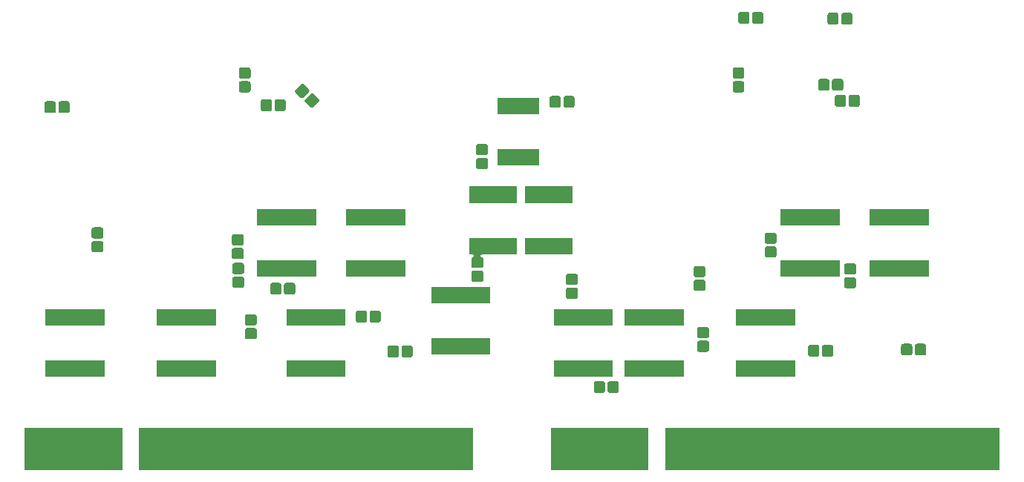
<source format=gbr>
G04 #@! TF.GenerationSoftware,KiCad,Pcbnew,(5.0.1)-4*
G04 #@! TF.CreationDate,2018-12-21T16:55:27-08:00*
G04 #@! TF.ProjectId,ram-based-register-card,72616D2D62617365642D726567697374,rev?*
G04 #@! TF.SameCoordinates,Original*
G04 #@! TF.FileFunction,Soldermask,Bot*
G04 #@! TF.FilePolarity,Negative*
%FSLAX46Y46*%
G04 Gerber Fmt 4.6, Leading zero omitted, Abs format (unit mm)*
G04 Created by KiCad (PCBNEW (5.0.1)-4) date 12/21/2018 4:55:27 PM*
%MOMM*%
%LPD*%
G01*
G04 APERTURE LIST*
%ADD10C,0.100000*%
G04 APERTURE END LIST*
D10*
G36*
X104050000Y-150000000D02*
X92950000Y-150000000D01*
X92950000Y-145200000D01*
X104050000Y-145200000D01*
X104050000Y-150000000D01*
X104050000Y-150000000D01*
G37*
G36*
X144050000Y-150000000D02*
X105950000Y-150000000D01*
X105950000Y-145200000D01*
X144050000Y-145200000D01*
X144050000Y-150000000D01*
X144050000Y-150000000D01*
G37*
G36*
X164050000Y-150000000D02*
X152950000Y-150000000D01*
X152950000Y-145200000D01*
X164050000Y-145200000D01*
X164050000Y-150000000D01*
X164050000Y-150000000D01*
G37*
G36*
X204050000Y-150000000D02*
X165950000Y-150000000D01*
X165950000Y-145200000D01*
X204050000Y-145200000D01*
X204050000Y-150000000D01*
X204050000Y-150000000D01*
G37*
G36*
X158901622Y-139843317D02*
X158949585Y-139857866D01*
X158993775Y-139881486D01*
X159032518Y-139913282D01*
X159064314Y-139952025D01*
X159087934Y-139996215D01*
X159102483Y-140044178D01*
X159108000Y-140100191D01*
X159108000Y-140925409D01*
X159102483Y-140981422D01*
X159087934Y-141029385D01*
X159064314Y-141073575D01*
X159032518Y-141112318D01*
X158993775Y-141144114D01*
X158949585Y-141167734D01*
X158901622Y-141182283D01*
X158845609Y-141187800D01*
X158095391Y-141187800D01*
X158039378Y-141182283D01*
X157991415Y-141167734D01*
X157947225Y-141144114D01*
X157908482Y-141112318D01*
X157876686Y-141073575D01*
X157853066Y-141029385D01*
X157838517Y-140981422D01*
X157833000Y-140925409D01*
X157833000Y-140100191D01*
X157838517Y-140044178D01*
X157853066Y-139996215D01*
X157876686Y-139952025D01*
X157908482Y-139913282D01*
X157947225Y-139881486D01*
X157991415Y-139857866D01*
X158039378Y-139843317D01*
X158095391Y-139837800D01*
X158845609Y-139837800D01*
X158901622Y-139843317D01*
X158901622Y-139843317D01*
G37*
G36*
X160476622Y-139843317D02*
X160524585Y-139857866D01*
X160568775Y-139881486D01*
X160607518Y-139913282D01*
X160639314Y-139952025D01*
X160662934Y-139996215D01*
X160677483Y-140044178D01*
X160683000Y-140100191D01*
X160683000Y-140925409D01*
X160677483Y-140981422D01*
X160662934Y-141029385D01*
X160639314Y-141073575D01*
X160607518Y-141112318D01*
X160568775Y-141144114D01*
X160524585Y-141167734D01*
X160476622Y-141182283D01*
X160420609Y-141187800D01*
X159670391Y-141187800D01*
X159614378Y-141182283D01*
X159566415Y-141167734D01*
X159522225Y-141144114D01*
X159483482Y-141112318D01*
X159451686Y-141073575D01*
X159428066Y-141029385D01*
X159413517Y-140981422D01*
X159408000Y-140925409D01*
X159408000Y-140100191D01*
X159413517Y-140044178D01*
X159428066Y-139996215D01*
X159451686Y-139952025D01*
X159483482Y-139913282D01*
X159522225Y-139881486D01*
X159566415Y-139857866D01*
X159614378Y-139843317D01*
X159670391Y-139837800D01*
X160420609Y-139837800D01*
X160476622Y-139843317D01*
X160476622Y-139843317D01*
G37*
G36*
X129465000Y-139355000D02*
X122765000Y-139355000D01*
X122765000Y-137505000D01*
X129465000Y-137505000D01*
X129465000Y-139355000D01*
X129465000Y-139355000D01*
G37*
G36*
X180765000Y-139355000D02*
X174065000Y-139355000D01*
X174065000Y-137505000D01*
X180765000Y-137505000D01*
X180765000Y-139355000D01*
X180765000Y-139355000D01*
G37*
G36*
X159945000Y-139355000D02*
X153245000Y-139355000D01*
X153245000Y-137505000D01*
X159945000Y-137505000D01*
X159945000Y-139355000D01*
X159945000Y-139355000D01*
G37*
G36*
X102025000Y-139355000D02*
X95325000Y-139355000D01*
X95325000Y-137505000D01*
X102025000Y-137505000D01*
X102025000Y-139355000D01*
X102025000Y-139355000D01*
G37*
G36*
X114725000Y-139355000D02*
X108025000Y-139355000D01*
X108025000Y-137505000D01*
X114725000Y-137505000D01*
X114725000Y-139355000D01*
X114725000Y-139355000D01*
G37*
G36*
X168065000Y-139355000D02*
X161365000Y-139355000D01*
X161365000Y-137505000D01*
X168065000Y-137505000D01*
X168065000Y-139355000D01*
X168065000Y-139355000D01*
G37*
G36*
X136956222Y-135779317D02*
X137004185Y-135793866D01*
X137048375Y-135817486D01*
X137087118Y-135849282D01*
X137118914Y-135888025D01*
X137142534Y-135932215D01*
X137157083Y-135980178D01*
X137162600Y-136036191D01*
X137162600Y-136861409D01*
X137157083Y-136917422D01*
X137142534Y-136965385D01*
X137118914Y-137009575D01*
X137087118Y-137048318D01*
X137048375Y-137080114D01*
X137004185Y-137103734D01*
X136956222Y-137118283D01*
X136900209Y-137123800D01*
X136149991Y-137123800D01*
X136093978Y-137118283D01*
X136046015Y-137103734D01*
X136001825Y-137080114D01*
X135963082Y-137048318D01*
X135931286Y-137009575D01*
X135907666Y-136965385D01*
X135893117Y-136917422D01*
X135887600Y-136861409D01*
X135887600Y-136036191D01*
X135893117Y-135980178D01*
X135907666Y-135932215D01*
X135931286Y-135888025D01*
X135963082Y-135849282D01*
X136001825Y-135817486D01*
X136046015Y-135793866D01*
X136093978Y-135779317D01*
X136149991Y-135773800D01*
X136900209Y-135773800D01*
X136956222Y-135779317D01*
X136956222Y-135779317D01*
G37*
G36*
X135381222Y-135779317D02*
X135429185Y-135793866D01*
X135473375Y-135817486D01*
X135512118Y-135849282D01*
X135543914Y-135888025D01*
X135567534Y-135932215D01*
X135582083Y-135980178D01*
X135587600Y-136036191D01*
X135587600Y-136861409D01*
X135582083Y-136917422D01*
X135567534Y-136965385D01*
X135543914Y-137009575D01*
X135512118Y-137048318D01*
X135473375Y-137080114D01*
X135429185Y-137103734D01*
X135381222Y-137118283D01*
X135325209Y-137123800D01*
X134574991Y-137123800D01*
X134518978Y-137118283D01*
X134471015Y-137103734D01*
X134426825Y-137080114D01*
X134388082Y-137048318D01*
X134356286Y-137009575D01*
X134332666Y-136965385D01*
X134318117Y-136917422D01*
X134312600Y-136861409D01*
X134312600Y-136036191D01*
X134318117Y-135980178D01*
X134332666Y-135932215D01*
X134356286Y-135888025D01*
X134388082Y-135849282D01*
X134426825Y-135817486D01*
X134471015Y-135793866D01*
X134518978Y-135779317D01*
X134574991Y-135773800D01*
X135325209Y-135773800D01*
X135381222Y-135779317D01*
X135381222Y-135779317D01*
G37*
G36*
X184911422Y-135703117D02*
X184959385Y-135717666D01*
X185003575Y-135741286D01*
X185042318Y-135773082D01*
X185074114Y-135811825D01*
X185097734Y-135856015D01*
X185112283Y-135903978D01*
X185117800Y-135959991D01*
X185117800Y-136785209D01*
X185112283Y-136841222D01*
X185097734Y-136889185D01*
X185074114Y-136933375D01*
X185042318Y-136972118D01*
X185003575Y-137003914D01*
X184959385Y-137027534D01*
X184911422Y-137042083D01*
X184855409Y-137047600D01*
X184105191Y-137047600D01*
X184049178Y-137042083D01*
X184001215Y-137027534D01*
X183957025Y-137003914D01*
X183918282Y-136972118D01*
X183886486Y-136933375D01*
X183862866Y-136889185D01*
X183848317Y-136841222D01*
X183842800Y-136785209D01*
X183842800Y-135959991D01*
X183848317Y-135903978D01*
X183862866Y-135856015D01*
X183886486Y-135811825D01*
X183918282Y-135773082D01*
X183957025Y-135741286D01*
X184001215Y-135717666D01*
X184049178Y-135703117D01*
X184105191Y-135697600D01*
X184855409Y-135697600D01*
X184911422Y-135703117D01*
X184911422Y-135703117D01*
G37*
G36*
X183336422Y-135703117D02*
X183384385Y-135717666D01*
X183428575Y-135741286D01*
X183467318Y-135773082D01*
X183499114Y-135811825D01*
X183522734Y-135856015D01*
X183537283Y-135903978D01*
X183542800Y-135959991D01*
X183542800Y-136785209D01*
X183537283Y-136841222D01*
X183522734Y-136889185D01*
X183499114Y-136933375D01*
X183467318Y-136972118D01*
X183428575Y-137003914D01*
X183384385Y-137027534D01*
X183336422Y-137042083D01*
X183280409Y-137047600D01*
X182530191Y-137047600D01*
X182474178Y-137042083D01*
X182426215Y-137027534D01*
X182382025Y-137003914D01*
X182343282Y-136972118D01*
X182311486Y-136933375D01*
X182287866Y-136889185D01*
X182273317Y-136841222D01*
X182267800Y-136785209D01*
X182267800Y-135959991D01*
X182273317Y-135903978D01*
X182287866Y-135856015D01*
X182311486Y-135811825D01*
X182343282Y-135773082D01*
X182382025Y-135741286D01*
X182426215Y-135717666D01*
X182474178Y-135703117D01*
X182530191Y-135697600D01*
X183280409Y-135697600D01*
X183336422Y-135703117D01*
X183336422Y-135703117D01*
G37*
G36*
X195503222Y-135576117D02*
X195551185Y-135590666D01*
X195595375Y-135614286D01*
X195634118Y-135646082D01*
X195665914Y-135684825D01*
X195689534Y-135729015D01*
X195704083Y-135776978D01*
X195709600Y-135832991D01*
X195709600Y-136658209D01*
X195704083Y-136714222D01*
X195689534Y-136762185D01*
X195665914Y-136806375D01*
X195634118Y-136845118D01*
X195595375Y-136876914D01*
X195551185Y-136900534D01*
X195503222Y-136915083D01*
X195447209Y-136920600D01*
X194696991Y-136920600D01*
X194640978Y-136915083D01*
X194593015Y-136900534D01*
X194548825Y-136876914D01*
X194510082Y-136845118D01*
X194478286Y-136806375D01*
X194454666Y-136762185D01*
X194440117Y-136714222D01*
X194434600Y-136658209D01*
X194434600Y-135832991D01*
X194440117Y-135776978D01*
X194454666Y-135729015D01*
X194478286Y-135684825D01*
X194510082Y-135646082D01*
X194548825Y-135614286D01*
X194593015Y-135590666D01*
X194640978Y-135576117D01*
X194696991Y-135570600D01*
X195447209Y-135570600D01*
X195503222Y-135576117D01*
X195503222Y-135576117D01*
G37*
G36*
X193928222Y-135576117D02*
X193976185Y-135590666D01*
X194020375Y-135614286D01*
X194059118Y-135646082D01*
X194090914Y-135684825D01*
X194114534Y-135729015D01*
X194129083Y-135776978D01*
X194134600Y-135832991D01*
X194134600Y-136658209D01*
X194129083Y-136714222D01*
X194114534Y-136762185D01*
X194090914Y-136806375D01*
X194059118Y-136845118D01*
X194020375Y-136876914D01*
X193976185Y-136900534D01*
X193928222Y-136915083D01*
X193872209Y-136920600D01*
X193121991Y-136920600D01*
X193065978Y-136915083D01*
X193018015Y-136900534D01*
X192973825Y-136876914D01*
X192935082Y-136845118D01*
X192903286Y-136806375D01*
X192879666Y-136762185D01*
X192865117Y-136714222D01*
X192859600Y-136658209D01*
X192859600Y-135832991D01*
X192865117Y-135776978D01*
X192879666Y-135729015D01*
X192903286Y-135684825D01*
X192935082Y-135646082D01*
X192973825Y-135614286D01*
X193018015Y-135590666D01*
X193065978Y-135576117D01*
X193121991Y-135570600D01*
X193872209Y-135570600D01*
X193928222Y-135576117D01*
X193928222Y-135576117D01*
G37*
G36*
X145975000Y-136815000D02*
X139275000Y-136815000D01*
X139275000Y-134965000D01*
X145975000Y-134965000D01*
X145975000Y-136815000D01*
X145975000Y-136815000D01*
G37*
G36*
X170750222Y-135232717D02*
X170798185Y-135247266D01*
X170842375Y-135270886D01*
X170881118Y-135302682D01*
X170912914Y-135341425D01*
X170936534Y-135385615D01*
X170951083Y-135433578D01*
X170956600Y-135489591D01*
X170956600Y-136239809D01*
X170951083Y-136295822D01*
X170936534Y-136343785D01*
X170912914Y-136387975D01*
X170881118Y-136426718D01*
X170842375Y-136458514D01*
X170798185Y-136482134D01*
X170750222Y-136496683D01*
X170694209Y-136502200D01*
X169868991Y-136502200D01*
X169812978Y-136496683D01*
X169765015Y-136482134D01*
X169720825Y-136458514D01*
X169682082Y-136426718D01*
X169650286Y-136387975D01*
X169626666Y-136343785D01*
X169612117Y-136295822D01*
X169606600Y-136239809D01*
X169606600Y-135489591D01*
X169612117Y-135433578D01*
X169626666Y-135385615D01*
X169650286Y-135341425D01*
X169682082Y-135302682D01*
X169720825Y-135270886D01*
X169765015Y-135247266D01*
X169812978Y-135232717D01*
X169868991Y-135227200D01*
X170694209Y-135227200D01*
X170750222Y-135232717D01*
X170750222Y-135232717D01*
G37*
G36*
X119188222Y-133784817D02*
X119236185Y-133799366D01*
X119280375Y-133822986D01*
X119319118Y-133854782D01*
X119350914Y-133893525D01*
X119374534Y-133937715D01*
X119389083Y-133985678D01*
X119394600Y-134041691D01*
X119394600Y-134791909D01*
X119389083Y-134847922D01*
X119374534Y-134895885D01*
X119350914Y-134940075D01*
X119319118Y-134978818D01*
X119280375Y-135010614D01*
X119236185Y-135034234D01*
X119188222Y-135048783D01*
X119132209Y-135054300D01*
X118306991Y-135054300D01*
X118250978Y-135048783D01*
X118203015Y-135034234D01*
X118158825Y-135010614D01*
X118120082Y-134978818D01*
X118088286Y-134940075D01*
X118064666Y-134895885D01*
X118050117Y-134847922D01*
X118044600Y-134791909D01*
X118044600Y-134041691D01*
X118050117Y-133985678D01*
X118064666Y-133937715D01*
X118088286Y-133893525D01*
X118120082Y-133854782D01*
X118158825Y-133822986D01*
X118203015Y-133799366D01*
X118250978Y-133784817D01*
X118306991Y-133779300D01*
X119132209Y-133779300D01*
X119188222Y-133784817D01*
X119188222Y-133784817D01*
G37*
G36*
X170750222Y-133657717D02*
X170798185Y-133672266D01*
X170842375Y-133695886D01*
X170881118Y-133727682D01*
X170912914Y-133766425D01*
X170936534Y-133810615D01*
X170951083Y-133858578D01*
X170956600Y-133914591D01*
X170956600Y-134664809D01*
X170951083Y-134720822D01*
X170936534Y-134768785D01*
X170912914Y-134812975D01*
X170881118Y-134851718D01*
X170842375Y-134883514D01*
X170798185Y-134907134D01*
X170750222Y-134921683D01*
X170694209Y-134927200D01*
X169868991Y-134927200D01*
X169812978Y-134921683D01*
X169765015Y-134907134D01*
X169720825Y-134883514D01*
X169682082Y-134851718D01*
X169650286Y-134812975D01*
X169626666Y-134768785D01*
X169612117Y-134720822D01*
X169606600Y-134664809D01*
X169606600Y-133914591D01*
X169612117Y-133858578D01*
X169626666Y-133810615D01*
X169650286Y-133766425D01*
X169682082Y-133727682D01*
X169720825Y-133695886D01*
X169765015Y-133672266D01*
X169812978Y-133657717D01*
X169868991Y-133652200D01*
X170694209Y-133652200D01*
X170750222Y-133657717D01*
X170750222Y-133657717D01*
G37*
G36*
X119188222Y-132209817D02*
X119236185Y-132224366D01*
X119280375Y-132247986D01*
X119319118Y-132279782D01*
X119350914Y-132318525D01*
X119374534Y-132362715D01*
X119389083Y-132410678D01*
X119394600Y-132466691D01*
X119394600Y-133216909D01*
X119389083Y-133272922D01*
X119374534Y-133320885D01*
X119350914Y-133365075D01*
X119319118Y-133403818D01*
X119280375Y-133435614D01*
X119236185Y-133459234D01*
X119188222Y-133473783D01*
X119132209Y-133479300D01*
X118306991Y-133479300D01*
X118250978Y-133473783D01*
X118203015Y-133459234D01*
X118158825Y-133435614D01*
X118120082Y-133403818D01*
X118088286Y-133365075D01*
X118064666Y-133320885D01*
X118050117Y-133272922D01*
X118044600Y-133216909D01*
X118044600Y-132466691D01*
X118050117Y-132410678D01*
X118064666Y-132362715D01*
X118088286Y-132318525D01*
X118120082Y-132279782D01*
X118158825Y-132247986D01*
X118203015Y-132224366D01*
X118250978Y-132209817D01*
X118306991Y-132204300D01*
X119132209Y-132204300D01*
X119188222Y-132209817D01*
X119188222Y-132209817D01*
G37*
G36*
X129465000Y-133455000D02*
X122765000Y-133455000D01*
X122765000Y-131605000D01*
X129465000Y-131605000D01*
X129465000Y-133455000D01*
X129465000Y-133455000D01*
G37*
G36*
X114725000Y-133455000D02*
X108025000Y-133455000D01*
X108025000Y-131605000D01*
X114725000Y-131605000D01*
X114725000Y-133455000D01*
X114725000Y-133455000D01*
G37*
G36*
X168065000Y-133455000D02*
X161365000Y-133455000D01*
X161365000Y-131605000D01*
X168065000Y-131605000D01*
X168065000Y-133455000D01*
X168065000Y-133455000D01*
G37*
G36*
X102025000Y-133455000D02*
X95325000Y-133455000D01*
X95325000Y-131605000D01*
X102025000Y-131605000D01*
X102025000Y-133455000D01*
X102025000Y-133455000D01*
G37*
G36*
X180765000Y-133455000D02*
X174065000Y-133455000D01*
X174065000Y-131605000D01*
X180765000Y-131605000D01*
X180765000Y-133455000D01*
X180765000Y-133455000D01*
G37*
G36*
X159945000Y-133455000D02*
X153245000Y-133455000D01*
X153245000Y-131605000D01*
X159945000Y-131605000D01*
X159945000Y-133455000D01*
X159945000Y-133455000D01*
G37*
G36*
X133324022Y-131791517D02*
X133371985Y-131806066D01*
X133416175Y-131829686D01*
X133454918Y-131861482D01*
X133486714Y-131900225D01*
X133510334Y-131944415D01*
X133524883Y-131992378D01*
X133530400Y-132048391D01*
X133530400Y-132873609D01*
X133524883Y-132929622D01*
X133510334Y-132977585D01*
X133486714Y-133021775D01*
X133454918Y-133060518D01*
X133416175Y-133092314D01*
X133371985Y-133115934D01*
X133324022Y-133130483D01*
X133268009Y-133136000D01*
X132517791Y-133136000D01*
X132461778Y-133130483D01*
X132413815Y-133115934D01*
X132369625Y-133092314D01*
X132330882Y-133060518D01*
X132299086Y-133021775D01*
X132275466Y-132977585D01*
X132260917Y-132929622D01*
X132255400Y-132873609D01*
X132255400Y-132048391D01*
X132260917Y-131992378D01*
X132275466Y-131944415D01*
X132299086Y-131900225D01*
X132330882Y-131861482D01*
X132369625Y-131829686D01*
X132413815Y-131806066D01*
X132461778Y-131791517D01*
X132517791Y-131786000D01*
X133268009Y-131786000D01*
X133324022Y-131791517D01*
X133324022Y-131791517D01*
G37*
G36*
X131749022Y-131791517D02*
X131796985Y-131806066D01*
X131841175Y-131829686D01*
X131879918Y-131861482D01*
X131911714Y-131900225D01*
X131935334Y-131944415D01*
X131949883Y-131992378D01*
X131955400Y-132048391D01*
X131955400Y-132873609D01*
X131949883Y-132929622D01*
X131935334Y-132977585D01*
X131911714Y-133021775D01*
X131879918Y-133060518D01*
X131841175Y-133092314D01*
X131796985Y-133115934D01*
X131749022Y-133130483D01*
X131693009Y-133136000D01*
X130942791Y-133136000D01*
X130886778Y-133130483D01*
X130838815Y-133115934D01*
X130794625Y-133092314D01*
X130755882Y-133060518D01*
X130724086Y-133021775D01*
X130700466Y-132977585D01*
X130685917Y-132929622D01*
X130680400Y-132873609D01*
X130680400Y-132048391D01*
X130685917Y-131992378D01*
X130700466Y-131944415D01*
X130724086Y-131900225D01*
X130755882Y-131861482D01*
X130794625Y-131829686D01*
X130838815Y-131806066D01*
X130886778Y-131791517D01*
X130942791Y-131786000D01*
X131693009Y-131786000D01*
X131749022Y-131791517D01*
X131749022Y-131791517D01*
G37*
G36*
X145975000Y-130915000D02*
X139275000Y-130915000D01*
X139275000Y-129065000D01*
X145975000Y-129065000D01*
X145975000Y-130915000D01*
X145975000Y-130915000D01*
G37*
G36*
X155789622Y-129162117D02*
X155837585Y-129176666D01*
X155881775Y-129200286D01*
X155920518Y-129232082D01*
X155952314Y-129270825D01*
X155975934Y-129315015D01*
X155990483Y-129362978D01*
X155996000Y-129418991D01*
X155996000Y-130169209D01*
X155990483Y-130225222D01*
X155975934Y-130273185D01*
X155952314Y-130317375D01*
X155920518Y-130356118D01*
X155881775Y-130387914D01*
X155837585Y-130411534D01*
X155789622Y-130426083D01*
X155733609Y-130431600D01*
X154908391Y-130431600D01*
X154852378Y-130426083D01*
X154804415Y-130411534D01*
X154760225Y-130387914D01*
X154721482Y-130356118D01*
X154689686Y-130317375D01*
X154666066Y-130273185D01*
X154651517Y-130225222D01*
X154646000Y-130169209D01*
X154646000Y-129418991D01*
X154651517Y-129362978D01*
X154666066Y-129315015D01*
X154689686Y-129270825D01*
X154721482Y-129232082D01*
X154760225Y-129200286D01*
X154804415Y-129176666D01*
X154852378Y-129162117D01*
X154908391Y-129156600D01*
X155733609Y-129156600D01*
X155789622Y-129162117D01*
X155789622Y-129162117D01*
G37*
G36*
X123570322Y-128616517D02*
X123618285Y-128631066D01*
X123662475Y-128654686D01*
X123701218Y-128686482D01*
X123733014Y-128725225D01*
X123756634Y-128769415D01*
X123771183Y-128817378D01*
X123776700Y-128873391D01*
X123776700Y-129698609D01*
X123771183Y-129754622D01*
X123756634Y-129802585D01*
X123733014Y-129846775D01*
X123701218Y-129885518D01*
X123662475Y-129917314D01*
X123618285Y-129940934D01*
X123570322Y-129955483D01*
X123514309Y-129961000D01*
X122764091Y-129961000D01*
X122708078Y-129955483D01*
X122660115Y-129940934D01*
X122615925Y-129917314D01*
X122577182Y-129885518D01*
X122545386Y-129846775D01*
X122521766Y-129802585D01*
X122507217Y-129754622D01*
X122501700Y-129698609D01*
X122501700Y-128873391D01*
X122507217Y-128817378D01*
X122521766Y-128769415D01*
X122545386Y-128725225D01*
X122577182Y-128686482D01*
X122615925Y-128654686D01*
X122660115Y-128631066D01*
X122708078Y-128616517D01*
X122764091Y-128611000D01*
X123514309Y-128611000D01*
X123570322Y-128616517D01*
X123570322Y-128616517D01*
G37*
G36*
X121995322Y-128616517D02*
X122043285Y-128631066D01*
X122087475Y-128654686D01*
X122126218Y-128686482D01*
X122158014Y-128725225D01*
X122181634Y-128769415D01*
X122196183Y-128817378D01*
X122201700Y-128873391D01*
X122201700Y-129698609D01*
X122196183Y-129754622D01*
X122181634Y-129802585D01*
X122158014Y-129846775D01*
X122126218Y-129885518D01*
X122087475Y-129917314D01*
X122043285Y-129940934D01*
X121995322Y-129955483D01*
X121939309Y-129961000D01*
X121189091Y-129961000D01*
X121133078Y-129955483D01*
X121085115Y-129940934D01*
X121040925Y-129917314D01*
X121002182Y-129885518D01*
X120970386Y-129846775D01*
X120946766Y-129802585D01*
X120932217Y-129754622D01*
X120926700Y-129698609D01*
X120926700Y-128873391D01*
X120932217Y-128817378D01*
X120946766Y-128769415D01*
X120970386Y-128725225D01*
X121002182Y-128686482D01*
X121040925Y-128654686D01*
X121085115Y-128631066D01*
X121133078Y-128616517D01*
X121189091Y-128611000D01*
X121939309Y-128611000D01*
X121995322Y-128616517D01*
X121995322Y-128616517D01*
G37*
G36*
X170343822Y-128273117D02*
X170391785Y-128287666D01*
X170435975Y-128311286D01*
X170474718Y-128343082D01*
X170506514Y-128381825D01*
X170530134Y-128426015D01*
X170544683Y-128473978D01*
X170550200Y-128529991D01*
X170550200Y-129280209D01*
X170544683Y-129336222D01*
X170530134Y-129384185D01*
X170506514Y-129428375D01*
X170474718Y-129467118D01*
X170435975Y-129498914D01*
X170391785Y-129522534D01*
X170343822Y-129537083D01*
X170287809Y-129542600D01*
X169462591Y-129542600D01*
X169406578Y-129537083D01*
X169358615Y-129522534D01*
X169314425Y-129498914D01*
X169275682Y-129467118D01*
X169243886Y-129428375D01*
X169220266Y-129384185D01*
X169205717Y-129336222D01*
X169200200Y-129280209D01*
X169200200Y-128529991D01*
X169205717Y-128473978D01*
X169220266Y-128426015D01*
X169243886Y-128381825D01*
X169275682Y-128343082D01*
X169314425Y-128311286D01*
X169358615Y-128287666D01*
X169406578Y-128273117D01*
X169462591Y-128267600D01*
X170287809Y-128267600D01*
X170343822Y-128273117D01*
X170343822Y-128273117D01*
G37*
G36*
X187514222Y-127968317D02*
X187562185Y-127982866D01*
X187606375Y-128006486D01*
X187645118Y-128038282D01*
X187676914Y-128077025D01*
X187700534Y-128121215D01*
X187715083Y-128169178D01*
X187720600Y-128225191D01*
X187720600Y-128975409D01*
X187715083Y-129031422D01*
X187700534Y-129079385D01*
X187676914Y-129123575D01*
X187645118Y-129162318D01*
X187606375Y-129194114D01*
X187562185Y-129217734D01*
X187514222Y-129232283D01*
X187458209Y-129237800D01*
X186632991Y-129237800D01*
X186576978Y-129232283D01*
X186529015Y-129217734D01*
X186484825Y-129194114D01*
X186446082Y-129162318D01*
X186414286Y-129123575D01*
X186390666Y-129079385D01*
X186376117Y-129031422D01*
X186370600Y-128975409D01*
X186370600Y-128225191D01*
X186376117Y-128169178D01*
X186390666Y-128121215D01*
X186414286Y-128077025D01*
X186446082Y-128038282D01*
X186484825Y-128006486D01*
X186529015Y-127982866D01*
X186576978Y-127968317D01*
X186632991Y-127962800D01*
X187458209Y-127962800D01*
X187514222Y-127968317D01*
X187514222Y-127968317D01*
G37*
G36*
X117740422Y-127917517D02*
X117788385Y-127932066D01*
X117832575Y-127955686D01*
X117871318Y-127987482D01*
X117903114Y-128026225D01*
X117926734Y-128070415D01*
X117941283Y-128118378D01*
X117946800Y-128174391D01*
X117946800Y-128924609D01*
X117941283Y-128980622D01*
X117926734Y-129028585D01*
X117903114Y-129072775D01*
X117871318Y-129111518D01*
X117832575Y-129143314D01*
X117788385Y-129166934D01*
X117740422Y-129181483D01*
X117684409Y-129187000D01*
X116859191Y-129187000D01*
X116803178Y-129181483D01*
X116755215Y-129166934D01*
X116711025Y-129143314D01*
X116672282Y-129111518D01*
X116640486Y-129072775D01*
X116616866Y-129028585D01*
X116602317Y-128980622D01*
X116596800Y-128924609D01*
X116596800Y-128174391D01*
X116602317Y-128118378D01*
X116616866Y-128070415D01*
X116640486Y-128026225D01*
X116672282Y-127987482D01*
X116711025Y-127955686D01*
X116755215Y-127932066D01*
X116803178Y-127917517D01*
X116859191Y-127912000D01*
X117684409Y-127912000D01*
X117740422Y-127917517D01*
X117740422Y-127917517D01*
G37*
G36*
X155789622Y-127587117D02*
X155837585Y-127601666D01*
X155881775Y-127625286D01*
X155920518Y-127657082D01*
X155952314Y-127695825D01*
X155975934Y-127740015D01*
X155990483Y-127787978D01*
X155996000Y-127843991D01*
X155996000Y-128594209D01*
X155990483Y-128650222D01*
X155975934Y-128698185D01*
X155952314Y-128742375D01*
X155920518Y-128781118D01*
X155881775Y-128812914D01*
X155837585Y-128836534D01*
X155789622Y-128851083D01*
X155733609Y-128856600D01*
X154908391Y-128856600D01*
X154852378Y-128851083D01*
X154804415Y-128836534D01*
X154760225Y-128812914D01*
X154721482Y-128781118D01*
X154689686Y-128742375D01*
X154666066Y-128698185D01*
X154651517Y-128650222D01*
X154646000Y-128594209D01*
X154646000Y-127843991D01*
X154651517Y-127787978D01*
X154666066Y-127740015D01*
X154689686Y-127695825D01*
X154721482Y-127657082D01*
X154760225Y-127625286D01*
X154804415Y-127601666D01*
X154852378Y-127587117D01*
X154908391Y-127581600D01*
X155733609Y-127581600D01*
X155789622Y-127587117D01*
X155789622Y-127587117D01*
G37*
G36*
X145020022Y-127231717D02*
X145067985Y-127246266D01*
X145112175Y-127269886D01*
X145150918Y-127301682D01*
X145182714Y-127340425D01*
X145206334Y-127384615D01*
X145220883Y-127432578D01*
X145226400Y-127488591D01*
X145226400Y-128238809D01*
X145220883Y-128294822D01*
X145206334Y-128342785D01*
X145182714Y-128386975D01*
X145150918Y-128425718D01*
X145112175Y-128457514D01*
X145067985Y-128481134D01*
X145020022Y-128495683D01*
X144964009Y-128501200D01*
X144138791Y-128501200D01*
X144082778Y-128495683D01*
X144034815Y-128481134D01*
X143990625Y-128457514D01*
X143951882Y-128425718D01*
X143920086Y-128386975D01*
X143896466Y-128342785D01*
X143881917Y-128294822D01*
X143876400Y-128238809D01*
X143876400Y-127488591D01*
X143881917Y-127432578D01*
X143896466Y-127384615D01*
X143920086Y-127340425D01*
X143951882Y-127301682D01*
X143990625Y-127269886D01*
X144034815Y-127246266D01*
X144082778Y-127231717D01*
X144138791Y-127226200D01*
X144964009Y-127226200D01*
X145020022Y-127231717D01*
X145020022Y-127231717D01*
G37*
G36*
X170343822Y-126698117D02*
X170391785Y-126712666D01*
X170435975Y-126736286D01*
X170474718Y-126768082D01*
X170506514Y-126806825D01*
X170530134Y-126851015D01*
X170544683Y-126898978D01*
X170550200Y-126954991D01*
X170550200Y-127705209D01*
X170544683Y-127761222D01*
X170530134Y-127809185D01*
X170506514Y-127853375D01*
X170474718Y-127892118D01*
X170435975Y-127923914D01*
X170391785Y-127947534D01*
X170343822Y-127962083D01*
X170287809Y-127967600D01*
X169462591Y-127967600D01*
X169406578Y-127962083D01*
X169358615Y-127947534D01*
X169314425Y-127923914D01*
X169275682Y-127892118D01*
X169243886Y-127853375D01*
X169220266Y-127809185D01*
X169205717Y-127761222D01*
X169200200Y-127705209D01*
X169200200Y-126954991D01*
X169205717Y-126898978D01*
X169220266Y-126851015D01*
X169243886Y-126806825D01*
X169275682Y-126768082D01*
X169314425Y-126736286D01*
X169358615Y-126712666D01*
X169406578Y-126698117D01*
X169462591Y-126692600D01*
X170287809Y-126692600D01*
X170343822Y-126698117D01*
X170343822Y-126698117D01*
G37*
G36*
X196005000Y-127925000D02*
X189305000Y-127925000D01*
X189305000Y-126075000D01*
X196005000Y-126075000D01*
X196005000Y-127925000D01*
X196005000Y-127925000D01*
G37*
G36*
X136315000Y-127925000D02*
X129615000Y-127925000D01*
X129615000Y-126075000D01*
X136315000Y-126075000D01*
X136315000Y-127925000D01*
X136315000Y-127925000D01*
G37*
G36*
X126155000Y-127925000D02*
X119455000Y-127925000D01*
X119455000Y-126075000D01*
X126155000Y-126075000D01*
X126155000Y-127925000D01*
X126155000Y-127925000D01*
G37*
G36*
X185845000Y-127925000D02*
X179145000Y-127925000D01*
X179145000Y-126075000D01*
X185845000Y-126075000D01*
X185845000Y-127925000D01*
X185845000Y-127925000D01*
G37*
G36*
X187514222Y-126393317D02*
X187562185Y-126407866D01*
X187606375Y-126431486D01*
X187645118Y-126463282D01*
X187676914Y-126502025D01*
X187700534Y-126546215D01*
X187715083Y-126594178D01*
X187720600Y-126650191D01*
X187720600Y-127400409D01*
X187715083Y-127456422D01*
X187700534Y-127504385D01*
X187676914Y-127548575D01*
X187645118Y-127587318D01*
X187606375Y-127619114D01*
X187562185Y-127642734D01*
X187514222Y-127657283D01*
X187458209Y-127662800D01*
X186632991Y-127662800D01*
X186576978Y-127657283D01*
X186529015Y-127642734D01*
X186484825Y-127619114D01*
X186446082Y-127587318D01*
X186414286Y-127548575D01*
X186390666Y-127504385D01*
X186376117Y-127456422D01*
X186370600Y-127400409D01*
X186370600Y-126650191D01*
X186376117Y-126594178D01*
X186390666Y-126546215D01*
X186414286Y-126502025D01*
X186446082Y-126463282D01*
X186484825Y-126431486D01*
X186529015Y-126407866D01*
X186576978Y-126393317D01*
X186632991Y-126387800D01*
X187458209Y-126387800D01*
X187514222Y-126393317D01*
X187514222Y-126393317D01*
G37*
G36*
X117740422Y-126342517D02*
X117788385Y-126357066D01*
X117832575Y-126380686D01*
X117871318Y-126412482D01*
X117903114Y-126451225D01*
X117926734Y-126495415D01*
X117941283Y-126543378D01*
X117946800Y-126599391D01*
X117946800Y-127349609D01*
X117941283Y-127405622D01*
X117926734Y-127453585D01*
X117903114Y-127497775D01*
X117871318Y-127536518D01*
X117832575Y-127568314D01*
X117788385Y-127591934D01*
X117740422Y-127606483D01*
X117684409Y-127612000D01*
X116859191Y-127612000D01*
X116803178Y-127606483D01*
X116755215Y-127591934D01*
X116711025Y-127568314D01*
X116672282Y-127536518D01*
X116640486Y-127497775D01*
X116616866Y-127453585D01*
X116602317Y-127405622D01*
X116596800Y-127349609D01*
X116596800Y-126599391D01*
X116602317Y-126543378D01*
X116616866Y-126495415D01*
X116640486Y-126451225D01*
X116672282Y-126412482D01*
X116711025Y-126380686D01*
X116755215Y-126357066D01*
X116803178Y-126342517D01*
X116859191Y-126337000D01*
X117684409Y-126337000D01*
X117740422Y-126342517D01*
X117740422Y-126342517D01*
G37*
G36*
X149015000Y-125410000D02*
X145049387Y-125410000D01*
X145025001Y-125412402D01*
X145001552Y-125419515D01*
X144979941Y-125431066D01*
X144960999Y-125446612D01*
X144945453Y-125465554D01*
X144933902Y-125487165D01*
X144926789Y-125510614D01*
X144924387Y-125535000D01*
X144926789Y-125559386D01*
X144933902Y-125582835D01*
X144945453Y-125604446D01*
X144960999Y-125623388D01*
X144979941Y-125638934D01*
X145001552Y-125650485D01*
X145013102Y-125654618D01*
X145067985Y-125671266D01*
X145112175Y-125694886D01*
X145150918Y-125726682D01*
X145182714Y-125765425D01*
X145206334Y-125809615D01*
X145220883Y-125857578D01*
X145226400Y-125913591D01*
X145226400Y-126663809D01*
X145220883Y-126719822D01*
X145206334Y-126767785D01*
X145182714Y-126811975D01*
X145150918Y-126850718D01*
X145112175Y-126882514D01*
X145067985Y-126906134D01*
X145020022Y-126920683D01*
X144964009Y-126926200D01*
X144138791Y-126926200D01*
X144082778Y-126920683D01*
X144034815Y-126906134D01*
X143990625Y-126882514D01*
X143951882Y-126850718D01*
X143920086Y-126811975D01*
X143896466Y-126767785D01*
X143881917Y-126719822D01*
X143876400Y-126663809D01*
X143876400Y-125913591D01*
X143881917Y-125857578D01*
X143896466Y-125809615D01*
X143920086Y-125765425D01*
X143951882Y-125726682D01*
X143990625Y-125694886D01*
X144034815Y-125671266D01*
X144089698Y-125654618D01*
X144112337Y-125645240D01*
X144132712Y-125631627D01*
X144150039Y-125614300D01*
X144163653Y-125593925D01*
X144173030Y-125571286D01*
X144177811Y-125547253D01*
X144177811Y-125522749D01*
X144173031Y-125498715D01*
X144163653Y-125476076D01*
X144150040Y-125455701D01*
X144132713Y-125438374D01*
X144112338Y-125424760D01*
X144089699Y-125415383D01*
X144065666Y-125410602D01*
X144053413Y-125410000D01*
X143615000Y-125410000D01*
X143615000Y-123510000D01*
X149015000Y-123510000D01*
X149015000Y-125410000D01*
X149015000Y-125410000D01*
G37*
G36*
X117689622Y-124640917D02*
X117737585Y-124655466D01*
X117781775Y-124679086D01*
X117820518Y-124710882D01*
X117852314Y-124749625D01*
X117875934Y-124793815D01*
X117890483Y-124841778D01*
X117896000Y-124897791D01*
X117896000Y-125648009D01*
X117890483Y-125704022D01*
X117875934Y-125751985D01*
X117852314Y-125796175D01*
X117820518Y-125834918D01*
X117781775Y-125866714D01*
X117737585Y-125890334D01*
X117689622Y-125904883D01*
X117633609Y-125910400D01*
X116808391Y-125910400D01*
X116752378Y-125904883D01*
X116704415Y-125890334D01*
X116660225Y-125866714D01*
X116621482Y-125834918D01*
X116589686Y-125796175D01*
X116566066Y-125751985D01*
X116551517Y-125704022D01*
X116546000Y-125648009D01*
X116546000Y-124897791D01*
X116551517Y-124841778D01*
X116566066Y-124793815D01*
X116589686Y-124749625D01*
X116621482Y-124710882D01*
X116660225Y-124679086D01*
X116704415Y-124655466D01*
X116752378Y-124640917D01*
X116808391Y-124635400D01*
X117633609Y-124635400D01*
X117689622Y-124640917D01*
X117689622Y-124640917D01*
G37*
G36*
X178446422Y-124463117D02*
X178494385Y-124477666D01*
X178538575Y-124501286D01*
X178577318Y-124533082D01*
X178609114Y-124571825D01*
X178632734Y-124616015D01*
X178647283Y-124663978D01*
X178652800Y-124719991D01*
X178652800Y-125470209D01*
X178647283Y-125526222D01*
X178632734Y-125574185D01*
X178609114Y-125618375D01*
X178577318Y-125657118D01*
X178538575Y-125688914D01*
X178494385Y-125712534D01*
X178446422Y-125727083D01*
X178390409Y-125732600D01*
X177565191Y-125732600D01*
X177509178Y-125727083D01*
X177461215Y-125712534D01*
X177417025Y-125688914D01*
X177378282Y-125657118D01*
X177346486Y-125618375D01*
X177322866Y-125574185D01*
X177308317Y-125526222D01*
X177302800Y-125470209D01*
X177302800Y-124719991D01*
X177308317Y-124663978D01*
X177322866Y-124616015D01*
X177346486Y-124571825D01*
X177378282Y-124533082D01*
X177417025Y-124501286D01*
X177461215Y-124477666D01*
X177509178Y-124463117D01*
X177565191Y-124457600D01*
X178390409Y-124457600D01*
X178446422Y-124463117D01*
X178446422Y-124463117D01*
G37*
G36*
X155365000Y-125410000D02*
X149965000Y-125410000D01*
X149965000Y-123510000D01*
X155365000Y-123510000D01*
X155365000Y-125410000D01*
X155365000Y-125410000D01*
G37*
G36*
X101713022Y-123853517D02*
X101760985Y-123868066D01*
X101805175Y-123891686D01*
X101843918Y-123923482D01*
X101875714Y-123962225D01*
X101899334Y-124006415D01*
X101913883Y-124054378D01*
X101919400Y-124110391D01*
X101919400Y-124860609D01*
X101913883Y-124916622D01*
X101899334Y-124964585D01*
X101875714Y-125008775D01*
X101843918Y-125047518D01*
X101805175Y-125079314D01*
X101760985Y-125102934D01*
X101713022Y-125117483D01*
X101657009Y-125123000D01*
X100831791Y-125123000D01*
X100775778Y-125117483D01*
X100727815Y-125102934D01*
X100683625Y-125079314D01*
X100644882Y-125047518D01*
X100613086Y-125008775D01*
X100589466Y-124964585D01*
X100574917Y-124916622D01*
X100569400Y-124860609D01*
X100569400Y-124110391D01*
X100574917Y-124054378D01*
X100589466Y-124006415D01*
X100613086Y-123962225D01*
X100644882Y-123923482D01*
X100683625Y-123891686D01*
X100727815Y-123868066D01*
X100775778Y-123853517D01*
X100831791Y-123848000D01*
X101657009Y-123848000D01*
X101713022Y-123853517D01*
X101713022Y-123853517D01*
G37*
G36*
X117689622Y-123065917D02*
X117737585Y-123080466D01*
X117781775Y-123104086D01*
X117820518Y-123135882D01*
X117852314Y-123174625D01*
X117875934Y-123218815D01*
X117890483Y-123266778D01*
X117896000Y-123322791D01*
X117896000Y-124073009D01*
X117890483Y-124129022D01*
X117875934Y-124176985D01*
X117852314Y-124221175D01*
X117820518Y-124259918D01*
X117781775Y-124291714D01*
X117737585Y-124315334D01*
X117689622Y-124329883D01*
X117633609Y-124335400D01*
X116808391Y-124335400D01*
X116752378Y-124329883D01*
X116704415Y-124315334D01*
X116660225Y-124291714D01*
X116621482Y-124259918D01*
X116589686Y-124221175D01*
X116566066Y-124176985D01*
X116551517Y-124129022D01*
X116546000Y-124073009D01*
X116546000Y-123322791D01*
X116551517Y-123266778D01*
X116566066Y-123218815D01*
X116589686Y-123174625D01*
X116621482Y-123135882D01*
X116660225Y-123104086D01*
X116704415Y-123080466D01*
X116752378Y-123065917D01*
X116808391Y-123060400D01*
X117633609Y-123060400D01*
X117689622Y-123065917D01*
X117689622Y-123065917D01*
G37*
G36*
X178446422Y-122888117D02*
X178494385Y-122902666D01*
X178538575Y-122926286D01*
X178577318Y-122958082D01*
X178609114Y-122996825D01*
X178632734Y-123041015D01*
X178647283Y-123088978D01*
X178652800Y-123144991D01*
X178652800Y-123895209D01*
X178647283Y-123951222D01*
X178632734Y-123999185D01*
X178609114Y-124043375D01*
X178577318Y-124082118D01*
X178538575Y-124113914D01*
X178494385Y-124137534D01*
X178446422Y-124152083D01*
X178390409Y-124157600D01*
X177565191Y-124157600D01*
X177509178Y-124152083D01*
X177461215Y-124137534D01*
X177417025Y-124113914D01*
X177378282Y-124082118D01*
X177346486Y-124043375D01*
X177322866Y-123999185D01*
X177308317Y-123951222D01*
X177302800Y-123895209D01*
X177302800Y-123144991D01*
X177308317Y-123088978D01*
X177322866Y-123041015D01*
X177346486Y-122996825D01*
X177378282Y-122958082D01*
X177417025Y-122926286D01*
X177461215Y-122902666D01*
X177509178Y-122888117D01*
X177565191Y-122882600D01*
X178390409Y-122882600D01*
X178446422Y-122888117D01*
X178446422Y-122888117D01*
G37*
G36*
X101713022Y-122278517D02*
X101760985Y-122293066D01*
X101805175Y-122316686D01*
X101843918Y-122348482D01*
X101875714Y-122387225D01*
X101899334Y-122431415D01*
X101913883Y-122479378D01*
X101919400Y-122535391D01*
X101919400Y-123285609D01*
X101913883Y-123341622D01*
X101899334Y-123389585D01*
X101875714Y-123433775D01*
X101843918Y-123472518D01*
X101805175Y-123504314D01*
X101760985Y-123527934D01*
X101713022Y-123542483D01*
X101657009Y-123548000D01*
X100831791Y-123548000D01*
X100775778Y-123542483D01*
X100727815Y-123527934D01*
X100683625Y-123504314D01*
X100644882Y-123472518D01*
X100613086Y-123433775D01*
X100589466Y-123389585D01*
X100574917Y-123341622D01*
X100569400Y-123285609D01*
X100569400Y-122535391D01*
X100574917Y-122479378D01*
X100589466Y-122431415D01*
X100613086Y-122387225D01*
X100644882Y-122348482D01*
X100683625Y-122316686D01*
X100727815Y-122293066D01*
X100775778Y-122278517D01*
X100831791Y-122273000D01*
X101657009Y-122273000D01*
X101713022Y-122278517D01*
X101713022Y-122278517D01*
G37*
G36*
X126155000Y-122025000D02*
X119455000Y-122025000D01*
X119455000Y-120175000D01*
X126155000Y-120175000D01*
X126155000Y-122025000D01*
X126155000Y-122025000D01*
G37*
G36*
X136315000Y-122025000D02*
X129615000Y-122025000D01*
X129615000Y-120175000D01*
X136315000Y-120175000D01*
X136315000Y-122025000D01*
X136315000Y-122025000D01*
G37*
G36*
X196005000Y-122025000D02*
X189305000Y-122025000D01*
X189305000Y-120175000D01*
X196005000Y-120175000D01*
X196005000Y-122025000D01*
X196005000Y-122025000D01*
G37*
G36*
X185845000Y-122025000D02*
X179145000Y-122025000D01*
X179145000Y-120175000D01*
X185845000Y-120175000D01*
X185845000Y-122025000D01*
X185845000Y-122025000D01*
G37*
G36*
X149015000Y-119510000D02*
X143615000Y-119510000D01*
X143615000Y-117610000D01*
X149015000Y-117610000D01*
X149015000Y-119510000D01*
X149015000Y-119510000D01*
G37*
G36*
X155365000Y-119510000D02*
X149965000Y-119510000D01*
X149965000Y-117610000D01*
X155365000Y-117610000D01*
X155365000Y-119510000D01*
X155365000Y-119510000D01*
G37*
G36*
X145553422Y-114353817D02*
X145601385Y-114368366D01*
X145645575Y-114391986D01*
X145684318Y-114423782D01*
X145716114Y-114462525D01*
X145739734Y-114506715D01*
X145754283Y-114554678D01*
X145759800Y-114610691D01*
X145759800Y-115360909D01*
X145754283Y-115416922D01*
X145739734Y-115464885D01*
X145716114Y-115509075D01*
X145684318Y-115547818D01*
X145645575Y-115579614D01*
X145601385Y-115603234D01*
X145553422Y-115617783D01*
X145497409Y-115623300D01*
X144672191Y-115623300D01*
X144616178Y-115617783D01*
X144568215Y-115603234D01*
X144524025Y-115579614D01*
X144485282Y-115547818D01*
X144453486Y-115509075D01*
X144429866Y-115464885D01*
X144415317Y-115416922D01*
X144409800Y-115360909D01*
X144409800Y-114610691D01*
X144415317Y-114554678D01*
X144429866Y-114506715D01*
X144453486Y-114462525D01*
X144485282Y-114423782D01*
X144524025Y-114391986D01*
X144568215Y-114368366D01*
X144616178Y-114353817D01*
X144672191Y-114348300D01*
X145497409Y-114348300D01*
X145553422Y-114353817D01*
X145553422Y-114353817D01*
G37*
G36*
X151555000Y-115225000D02*
X146805000Y-115225000D01*
X146805000Y-113375000D01*
X151555000Y-113375000D01*
X151555000Y-115225000D01*
X151555000Y-115225000D01*
G37*
G36*
X145553422Y-112778817D02*
X145601385Y-112793366D01*
X145645575Y-112816986D01*
X145684318Y-112848782D01*
X145716114Y-112887525D01*
X145739734Y-112931715D01*
X145754283Y-112979678D01*
X145759800Y-113035691D01*
X145759800Y-113785909D01*
X145754283Y-113841922D01*
X145739734Y-113889885D01*
X145716114Y-113934075D01*
X145684318Y-113972818D01*
X145645575Y-114004614D01*
X145601385Y-114028234D01*
X145553422Y-114042783D01*
X145497409Y-114048300D01*
X144672191Y-114048300D01*
X144616178Y-114042783D01*
X144568215Y-114028234D01*
X144524025Y-114004614D01*
X144485282Y-113972818D01*
X144453486Y-113934075D01*
X144429866Y-113889885D01*
X144415317Y-113841922D01*
X144409800Y-113785909D01*
X144409800Y-113035691D01*
X144415317Y-112979678D01*
X144429866Y-112931715D01*
X144453486Y-112887525D01*
X144485282Y-112848782D01*
X144524025Y-112816986D01*
X144568215Y-112793366D01*
X144616178Y-112778817D01*
X144672191Y-112773300D01*
X145497409Y-112773300D01*
X145553422Y-112778817D01*
X145553422Y-112778817D01*
G37*
G36*
X151555000Y-109325000D02*
X146805000Y-109325000D01*
X146805000Y-107475000D01*
X151555000Y-107475000D01*
X151555000Y-109325000D01*
X151555000Y-109325000D01*
G37*
G36*
X97840322Y-107890117D02*
X97888285Y-107904666D01*
X97932475Y-107928286D01*
X97971218Y-107960082D01*
X98003014Y-107998825D01*
X98026634Y-108043015D01*
X98041183Y-108090978D01*
X98046700Y-108146991D01*
X98046700Y-108972209D01*
X98041183Y-109028222D01*
X98026634Y-109076185D01*
X98003014Y-109120375D01*
X97971218Y-109159118D01*
X97932475Y-109190914D01*
X97888285Y-109214534D01*
X97840322Y-109229083D01*
X97784309Y-109234600D01*
X97034091Y-109234600D01*
X96978078Y-109229083D01*
X96930115Y-109214534D01*
X96885925Y-109190914D01*
X96847182Y-109159118D01*
X96815386Y-109120375D01*
X96791766Y-109076185D01*
X96777217Y-109028222D01*
X96771700Y-108972209D01*
X96771700Y-108146991D01*
X96777217Y-108090978D01*
X96791766Y-108043015D01*
X96815386Y-107998825D01*
X96847182Y-107960082D01*
X96885925Y-107928286D01*
X96930115Y-107904666D01*
X96978078Y-107890117D01*
X97034091Y-107884600D01*
X97784309Y-107884600D01*
X97840322Y-107890117D01*
X97840322Y-107890117D01*
G37*
G36*
X96265322Y-107890117D02*
X96313285Y-107904666D01*
X96357475Y-107928286D01*
X96396218Y-107960082D01*
X96428014Y-107998825D01*
X96451634Y-108043015D01*
X96466183Y-108090978D01*
X96471700Y-108146991D01*
X96471700Y-108972209D01*
X96466183Y-109028222D01*
X96451634Y-109076185D01*
X96428014Y-109120375D01*
X96396218Y-109159118D01*
X96357475Y-109190914D01*
X96313285Y-109214534D01*
X96265322Y-109229083D01*
X96209309Y-109234600D01*
X95459091Y-109234600D01*
X95403078Y-109229083D01*
X95355115Y-109214534D01*
X95310925Y-109190914D01*
X95272182Y-109159118D01*
X95240386Y-109120375D01*
X95216766Y-109076185D01*
X95202217Y-109028222D01*
X95196700Y-108972209D01*
X95196700Y-108146991D01*
X95202217Y-108090978D01*
X95216766Y-108043015D01*
X95240386Y-107998825D01*
X95272182Y-107960082D01*
X95310925Y-107928286D01*
X95355115Y-107904666D01*
X95403078Y-107890117D01*
X95459091Y-107884600D01*
X96209309Y-107884600D01*
X96265322Y-107890117D01*
X96265322Y-107890117D01*
G37*
G36*
X120915822Y-107661517D02*
X120963785Y-107676066D01*
X121007975Y-107699686D01*
X121046718Y-107731482D01*
X121078514Y-107770225D01*
X121102134Y-107814415D01*
X121116683Y-107862378D01*
X121122200Y-107918391D01*
X121122200Y-108743609D01*
X121116683Y-108799622D01*
X121102134Y-108847585D01*
X121078514Y-108891775D01*
X121046718Y-108930518D01*
X121007975Y-108962314D01*
X120963785Y-108985934D01*
X120915822Y-109000483D01*
X120859809Y-109006000D01*
X120109591Y-109006000D01*
X120053578Y-109000483D01*
X120005615Y-108985934D01*
X119961425Y-108962314D01*
X119922682Y-108930518D01*
X119890886Y-108891775D01*
X119867266Y-108847585D01*
X119852717Y-108799622D01*
X119847200Y-108743609D01*
X119847200Y-107918391D01*
X119852717Y-107862378D01*
X119867266Y-107814415D01*
X119890886Y-107770225D01*
X119922682Y-107731482D01*
X119961425Y-107699686D01*
X120005615Y-107676066D01*
X120053578Y-107661517D01*
X120109591Y-107656000D01*
X120859809Y-107656000D01*
X120915822Y-107661517D01*
X120915822Y-107661517D01*
G37*
G36*
X122490822Y-107661517D02*
X122538785Y-107676066D01*
X122582975Y-107699686D01*
X122621718Y-107731482D01*
X122653514Y-107770225D01*
X122677134Y-107814415D01*
X122691683Y-107862378D01*
X122697200Y-107918391D01*
X122697200Y-108743609D01*
X122691683Y-108799622D01*
X122677134Y-108847585D01*
X122653514Y-108891775D01*
X122621718Y-108930518D01*
X122582975Y-108962314D01*
X122538785Y-108985934D01*
X122490822Y-109000483D01*
X122434809Y-109006000D01*
X121684591Y-109006000D01*
X121628578Y-109000483D01*
X121580615Y-108985934D01*
X121536425Y-108962314D01*
X121497682Y-108930518D01*
X121465886Y-108891775D01*
X121442266Y-108847585D01*
X121427717Y-108799622D01*
X121422200Y-108743609D01*
X121422200Y-107918391D01*
X121427717Y-107862378D01*
X121442266Y-107814415D01*
X121465886Y-107770225D01*
X121497682Y-107731482D01*
X121536425Y-107699686D01*
X121580615Y-107676066D01*
X121628578Y-107661517D01*
X121684591Y-107656000D01*
X122434809Y-107656000D01*
X122490822Y-107661517D01*
X122490822Y-107661517D01*
G37*
G36*
X125766336Y-106991929D02*
X125814299Y-107006478D01*
X125858489Y-107030098D01*
X125902007Y-107065813D01*
X126432481Y-107596287D01*
X126468196Y-107639805D01*
X126491816Y-107683995D01*
X126506365Y-107731958D01*
X126511277Y-107781830D01*
X126506365Y-107831702D01*
X126491816Y-107879665D01*
X126468196Y-107923855D01*
X126432481Y-107967373D01*
X125848973Y-108550881D01*
X125805455Y-108586596D01*
X125761265Y-108610216D01*
X125713302Y-108624765D01*
X125663430Y-108629677D01*
X125613558Y-108624765D01*
X125565595Y-108610216D01*
X125521405Y-108586596D01*
X125477887Y-108550881D01*
X124947413Y-108020407D01*
X124911698Y-107976889D01*
X124888078Y-107932699D01*
X124873529Y-107884736D01*
X124868617Y-107834864D01*
X124873529Y-107784992D01*
X124888078Y-107737029D01*
X124911698Y-107692839D01*
X124947415Y-107649319D01*
X125530921Y-107065813D01*
X125574439Y-107030098D01*
X125618629Y-107006478D01*
X125666592Y-106991929D01*
X125716464Y-106987017D01*
X125766336Y-106991929D01*
X125766336Y-106991929D01*
G37*
G36*
X155422022Y-107280517D02*
X155469985Y-107295066D01*
X155514175Y-107318686D01*
X155552918Y-107350482D01*
X155584714Y-107389225D01*
X155608334Y-107433415D01*
X155622883Y-107481378D01*
X155628400Y-107537391D01*
X155628400Y-108362609D01*
X155622883Y-108418622D01*
X155608334Y-108466585D01*
X155584714Y-108510775D01*
X155552918Y-108549518D01*
X155514175Y-108581314D01*
X155469985Y-108604934D01*
X155422022Y-108619483D01*
X155366009Y-108625000D01*
X154615791Y-108625000D01*
X154559778Y-108619483D01*
X154511815Y-108604934D01*
X154467625Y-108581314D01*
X154428882Y-108549518D01*
X154397086Y-108510775D01*
X154373466Y-108466585D01*
X154358917Y-108418622D01*
X154353400Y-108362609D01*
X154353400Y-107537391D01*
X154358917Y-107481378D01*
X154373466Y-107433415D01*
X154397086Y-107389225D01*
X154428882Y-107350482D01*
X154467625Y-107318686D01*
X154511815Y-107295066D01*
X154559778Y-107280517D01*
X154615791Y-107275000D01*
X155366009Y-107275000D01*
X155422022Y-107280517D01*
X155422022Y-107280517D01*
G37*
G36*
X153847022Y-107280517D02*
X153894985Y-107295066D01*
X153939175Y-107318686D01*
X153977918Y-107350482D01*
X154009714Y-107389225D01*
X154033334Y-107433415D01*
X154047883Y-107481378D01*
X154053400Y-107537391D01*
X154053400Y-108362609D01*
X154047883Y-108418622D01*
X154033334Y-108466585D01*
X154009714Y-108510775D01*
X153977918Y-108549518D01*
X153939175Y-108581314D01*
X153894985Y-108604934D01*
X153847022Y-108619483D01*
X153791009Y-108625000D01*
X153040791Y-108625000D01*
X152984778Y-108619483D01*
X152936815Y-108604934D01*
X152892625Y-108581314D01*
X152853882Y-108549518D01*
X152822086Y-108510775D01*
X152798466Y-108466585D01*
X152783917Y-108418622D01*
X152778400Y-108362609D01*
X152778400Y-107537391D01*
X152783917Y-107481378D01*
X152798466Y-107433415D01*
X152822086Y-107389225D01*
X152853882Y-107350482D01*
X152892625Y-107318686D01*
X152936815Y-107295066D01*
X152984778Y-107280517D01*
X153040791Y-107275000D01*
X153791009Y-107275000D01*
X153847022Y-107280517D01*
X153847022Y-107280517D01*
G37*
G36*
X186371822Y-107153517D02*
X186419785Y-107168066D01*
X186463975Y-107191686D01*
X186502718Y-107223482D01*
X186534514Y-107262225D01*
X186558134Y-107306415D01*
X186572683Y-107354378D01*
X186578200Y-107410391D01*
X186578200Y-108235609D01*
X186572683Y-108291622D01*
X186558134Y-108339585D01*
X186534514Y-108383775D01*
X186502718Y-108422518D01*
X186463975Y-108454314D01*
X186419785Y-108477934D01*
X186371822Y-108492483D01*
X186315809Y-108498000D01*
X185565591Y-108498000D01*
X185509578Y-108492483D01*
X185461615Y-108477934D01*
X185417425Y-108454314D01*
X185378682Y-108422518D01*
X185346886Y-108383775D01*
X185323266Y-108339585D01*
X185308717Y-108291622D01*
X185303200Y-108235609D01*
X185303200Y-107410391D01*
X185308717Y-107354378D01*
X185323266Y-107306415D01*
X185346886Y-107262225D01*
X185378682Y-107223482D01*
X185417425Y-107191686D01*
X185461615Y-107168066D01*
X185509578Y-107153517D01*
X185565591Y-107148000D01*
X186315809Y-107148000D01*
X186371822Y-107153517D01*
X186371822Y-107153517D01*
G37*
G36*
X187946822Y-107153517D02*
X187994785Y-107168066D01*
X188038975Y-107191686D01*
X188077718Y-107223482D01*
X188109514Y-107262225D01*
X188133134Y-107306415D01*
X188147683Y-107354378D01*
X188153200Y-107410391D01*
X188153200Y-108235609D01*
X188147683Y-108291622D01*
X188133134Y-108339585D01*
X188109514Y-108383775D01*
X188077718Y-108422518D01*
X188038975Y-108454314D01*
X187994785Y-108477934D01*
X187946822Y-108492483D01*
X187890809Y-108498000D01*
X187140591Y-108498000D01*
X187084578Y-108492483D01*
X187036615Y-108477934D01*
X186992425Y-108454314D01*
X186953682Y-108422518D01*
X186921886Y-108383775D01*
X186898266Y-108339585D01*
X186883717Y-108291622D01*
X186878200Y-108235609D01*
X186878200Y-107410391D01*
X186883717Y-107354378D01*
X186898266Y-107306415D01*
X186921886Y-107262225D01*
X186953682Y-107223482D01*
X186992425Y-107191686D01*
X187036615Y-107168066D01*
X187084578Y-107153517D01*
X187140591Y-107148000D01*
X187890809Y-107148000D01*
X187946822Y-107153517D01*
X187946822Y-107153517D01*
G37*
G36*
X124652642Y-105878235D02*
X124700605Y-105892784D01*
X124744795Y-105916404D01*
X124788313Y-105952119D01*
X125318787Y-106482593D01*
X125354502Y-106526111D01*
X125378122Y-106570301D01*
X125392671Y-106618264D01*
X125397583Y-106668136D01*
X125392671Y-106718008D01*
X125378122Y-106765971D01*
X125354502Y-106810161D01*
X125318787Y-106853679D01*
X124735279Y-107437187D01*
X124691761Y-107472902D01*
X124647571Y-107496522D01*
X124599608Y-107511071D01*
X124549736Y-107515983D01*
X124499864Y-107511071D01*
X124451901Y-107496522D01*
X124407711Y-107472902D01*
X124364193Y-107437187D01*
X123833719Y-106906713D01*
X123798004Y-106863195D01*
X123774384Y-106819005D01*
X123759835Y-106771042D01*
X123754923Y-106721170D01*
X123759835Y-106671298D01*
X123774384Y-106623335D01*
X123798004Y-106579145D01*
X123833721Y-106535625D01*
X124417227Y-105952119D01*
X124460745Y-105916404D01*
X124504935Y-105892784D01*
X124552898Y-105878235D01*
X124602770Y-105873323D01*
X124652642Y-105878235D01*
X124652642Y-105878235D01*
G37*
G36*
X118489722Y-105603717D02*
X118537685Y-105618266D01*
X118581875Y-105641886D01*
X118620618Y-105673682D01*
X118652414Y-105712425D01*
X118676034Y-105756615D01*
X118690583Y-105804578D01*
X118696100Y-105860591D01*
X118696100Y-106610809D01*
X118690583Y-106666822D01*
X118676034Y-106714785D01*
X118652414Y-106758975D01*
X118620618Y-106797718D01*
X118581875Y-106829514D01*
X118537685Y-106853134D01*
X118489722Y-106867683D01*
X118433709Y-106873200D01*
X117608491Y-106873200D01*
X117552478Y-106867683D01*
X117504515Y-106853134D01*
X117460325Y-106829514D01*
X117421582Y-106797718D01*
X117389786Y-106758975D01*
X117366166Y-106714785D01*
X117351617Y-106666822D01*
X117346100Y-106610809D01*
X117346100Y-105860591D01*
X117351617Y-105804578D01*
X117366166Y-105756615D01*
X117389786Y-105712425D01*
X117421582Y-105673682D01*
X117460325Y-105641886D01*
X117504515Y-105618266D01*
X117552478Y-105603717D01*
X117608491Y-105598200D01*
X118433709Y-105598200D01*
X118489722Y-105603717D01*
X118489722Y-105603717D01*
G37*
G36*
X174788822Y-105603717D02*
X174836785Y-105618266D01*
X174880975Y-105641886D01*
X174919718Y-105673682D01*
X174951514Y-105712425D01*
X174975134Y-105756615D01*
X174989683Y-105804578D01*
X174995200Y-105860591D01*
X174995200Y-106610809D01*
X174989683Y-106666822D01*
X174975134Y-106714785D01*
X174951514Y-106758975D01*
X174919718Y-106797718D01*
X174880975Y-106829514D01*
X174836785Y-106853134D01*
X174788822Y-106867683D01*
X174732809Y-106873200D01*
X173907591Y-106873200D01*
X173851578Y-106867683D01*
X173803615Y-106853134D01*
X173759425Y-106829514D01*
X173720682Y-106797718D01*
X173688886Y-106758975D01*
X173665266Y-106714785D01*
X173650717Y-106666822D01*
X173645200Y-106610809D01*
X173645200Y-105860591D01*
X173650717Y-105804578D01*
X173665266Y-105756615D01*
X173688886Y-105712425D01*
X173720682Y-105673682D01*
X173759425Y-105641886D01*
X173803615Y-105618266D01*
X173851578Y-105603717D01*
X173907591Y-105598200D01*
X174732809Y-105598200D01*
X174788822Y-105603717D01*
X174788822Y-105603717D01*
G37*
G36*
X186054522Y-105337417D02*
X186102485Y-105351966D01*
X186146675Y-105375586D01*
X186185418Y-105407382D01*
X186217214Y-105446125D01*
X186240834Y-105490315D01*
X186255383Y-105538278D01*
X186260900Y-105594291D01*
X186260900Y-106419509D01*
X186255383Y-106475522D01*
X186240834Y-106523485D01*
X186217214Y-106567675D01*
X186185418Y-106606418D01*
X186146675Y-106638214D01*
X186102485Y-106661834D01*
X186054522Y-106676383D01*
X185998509Y-106681900D01*
X185248291Y-106681900D01*
X185192278Y-106676383D01*
X185144315Y-106661834D01*
X185100125Y-106638214D01*
X185061382Y-106606418D01*
X185029586Y-106567675D01*
X185005966Y-106523485D01*
X184991417Y-106475522D01*
X184985900Y-106419509D01*
X184985900Y-105594291D01*
X184991417Y-105538278D01*
X185005966Y-105490315D01*
X185029586Y-105446125D01*
X185061382Y-105407382D01*
X185100125Y-105375586D01*
X185144315Y-105351966D01*
X185192278Y-105337417D01*
X185248291Y-105331900D01*
X185998509Y-105331900D01*
X186054522Y-105337417D01*
X186054522Y-105337417D01*
G37*
G36*
X184479522Y-105337417D02*
X184527485Y-105351966D01*
X184571675Y-105375586D01*
X184610418Y-105407382D01*
X184642214Y-105446125D01*
X184665834Y-105490315D01*
X184680383Y-105538278D01*
X184685900Y-105594291D01*
X184685900Y-106419509D01*
X184680383Y-106475522D01*
X184665834Y-106523485D01*
X184642214Y-106567675D01*
X184610418Y-106606418D01*
X184571675Y-106638214D01*
X184527485Y-106661834D01*
X184479522Y-106676383D01*
X184423509Y-106681900D01*
X183673291Y-106681900D01*
X183617278Y-106676383D01*
X183569315Y-106661834D01*
X183525125Y-106638214D01*
X183486382Y-106606418D01*
X183454586Y-106567675D01*
X183430966Y-106523485D01*
X183416417Y-106475522D01*
X183410900Y-106419509D01*
X183410900Y-105594291D01*
X183416417Y-105538278D01*
X183430966Y-105490315D01*
X183454586Y-105446125D01*
X183486382Y-105407382D01*
X183525125Y-105375586D01*
X183569315Y-105351966D01*
X183617278Y-105337417D01*
X183673291Y-105331900D01*
X184423509Y-105331900D01*
X184479522Y-105337417D01*
X184479522Y-105337417D01*
G37*
G36*
X174788822Y-104028717D02*
X174836785Y-104043266D01*
X174880975Y-104066886D01*
X174919718Y-104098682D01*
X174951514Y-104137425D01*
X174975134Y-104181615D01*
X174989683Y-104229578D01*
X174995200Y-104285591D01*
X174995200Y-105035809D01*
X174989683Y-105091822D01*
X174975134Y-105139785D01*
X174951514Y-105183975D01*
X174919718Y-105222718D01*
X174880975Y-105254514D01*
X174836785Y-105278134D01*
X174788822Y-105292683D01*
X174732809Y-105298200D01*
X173907591Y-105298200D01*
X173851578Y-105292683D01*
X173803615Y-105278134D01*
X173759425Y-105254514D01*
X173720682Y-105222718D01*
X173688886Y-105183975D01*
X173665266Y-105139785D01*
X173650717Y-105091822D01*
X173645200Y-105035809D01*
X173645200Y-104285591D01*
X173650717Y-104229578D01*
X173665266Y-104181615D01*
X173688886Y-104137425D01*
X173720682Y-104098682D01*
X173759425Y-104066886D01*
X173803615Y-104043266D01*
X173851578Y-104028717D01*
X173907591Y-104023200D01*
X174732809Y-104023200D01*
X174788822Y-104028717D01*
X174788822Y-104028717D01*
G37*
G36*
X118489722Y-104028717D02*
X118537685Y-104043266D01*
X118581875Y-104066886D01*
X118620618Y-104098682D01*
X118652414Y-104137425D01*
X118676034Y-104181615D01*
X118690583Y-104229578D01*
X118696100Y-104285591D01*
X118696100Y-105035809D01*
X118690583Y-105091822D01*
X118676034Y-105139785D01*
X118652414Y-105183975D01*
X118620618Y-105222718D01*
X118581875Y-105254514D01*
X118537685Y-105278134D01*
X118489722Y-105292683D01*
X118433709Y-105298200D01*
X117608491Y-105298200D01*
X117552478Y-105292683D01*
X117504515Y-105278134D01*
X117460325Y-105254514D01*
X117421582Y-105222718D01*
X117389786Y-105183975D01*
X117366166Y-105139785D01*
X117351617Y-105091822D01*
X117346100Y-105035809D01*
X117346100Y-104285591D01*
X117351617Y-104229578D01*
X117366166Y-104181615D01*
X117389786Y-104137425D01*
X117421582Y-104098682D01*
X117460325Y-104066886D01*
X117504515Y-104043266D01*
X117552478Y-104028717D01*
X117608491Y-104023200D01*
X118433709Y-104023200D01*
X118489722Y-104028717D01*
X118489722Y-104028717D01*
G37*
G36*
X185533622Y-97793617D02*
X185581585Y-97808166D01*
X185625775Y-97831786D01*
X185664518Y-97863582D01*
X185696314Y-97902325D01*
X185719934Y-97946515D01*
X185734483Y-97994478D01*
X185740000Y-98050491D01*
X185740000Y-98875709D01*
X185734483Y-98931722D01*
X185719934Y-98979685D01*
X185696314Y-99023875D01*
X185664518Y-99062618D01*
X185625775Y-99094414D01*
X185581585Y-99118034D01*
X185533622Y-99132583D01*
X185477609Y-99138100D01*
X184727391Y-99138100D01*
X184671378Y-99132583D01*
X184623415Y-99118034D01*
X184579225Y-99094414D01*
X184540482Y-99062618D01*
X184508686Y-99023875D01*
X184485066Y-98979685D01*
X184470517Y-98931722D01*
X184465000Y-98875709D01*
X184465000Y-98050491D01*
X184470517Y-97994478D01*
X184485066Y-97946515D01*
X184508686Y-97902325D01*
X184540482Y-97863582D01*
X184579225Y-97831786D01*
X184623415Y-97808166D01*
X184671378Y-97793617D01*
X184727391Y-97788100D01*
X185477609Y-97788100D01*
X185533622Y-97793617D01*
X185533622Y-97793617D01*
G37*
G36*
X187108622Y-97793617D02*
X187156585Y-97808166D01*
X187200775Y-97831786D01*
X187239518Y-97863582D01*
X187271314Y-97902325D01*
X187294934Y-97946515D01*
X187309483Y-97994478D01*
X187315000Y-98050491D01*
X187315000Y-98875709D01*
X187309483Y-98931722D01*
X187294934Y-98979685D01*
X187271314Y-99023875D01*
X187239518Y-99062618D01*
X187200775Y-99094414D01*
X187156585Y-99118034D01*
X187108622Y-99132583D01*
X187052609Y-99138100D01*
X186302391Y-99138100D01*
X186246378Y-99132583D01*
X186198415Y-99118034D01*
X186154225Y-99094414D01*
X186115482Y-99062618D01*
X186083686Y-99023875D01*
X186060066Y-98979685D01*
X186045517Y-98931722D01*
X186040000Y-98875709D01*
X186040000Y-98050491D01*
X186045517Y-97994478D01*
X186060066Y-97946515D01*
X186083686Y-97902325D01*
X186115482Y-97863582D01*
X186154225Y-97831786D01*
X186198415Y-97808166D01*
X186246378Y-97793617D01*
X186302391Y-97788100D01*
X187052609Y-97788100D01*
X187108622Y-97793617D01*
X187108622Y-97793617D01*
G37*
G36*
X175373622Y-97692017D02*
X175421585Y-97706566D01*
X175465775Y-97730186D01*
X175504518Y-97761982D01*
X175536314Y-97800725D01*
X175559934Y-97844915D01*
X175574483Y-97892878D01*
X175580000Y-97948891D01*
X175580000Y-98774109D01*
X175574483Y-98830122D01*
X175559934Y-98878085D01*
X175536314Y-98922275D01*
X175504518Y-98961018D01*
X175465775Y-98992814D01*
X175421585Y-99016434D01*
X175373622Y-99030983D01*
X175317609Y-99036500D01*
X174567391Y-99036500D01*
X174511378Y-99030983D01*
X174463415Y-99016434D01*
X174419225Y-98992814D01*
X174380482Y-98961018D01*
X174348686Y-98922275D01*
X174325066Y-98878085D01*
X174310517Y-98830122D01*
X174305000Y-98774109D01*
X174305000Y-97948891D01*
X174310517Y-97892878D01*
X174325066Y-97844915D01*
X174348686Y-97800725D01*
X174380482Y-97761982D01*
X174419225Y-97730186D01*
X174463415Y-97706566D01*
X174511378Y-97692017D01*
X174567391Y-97686500D01*
X175317609Y-97686500D01*
X175373622Y-97692017D01*
X175373622Y-97692017D01*
G37*
G36*
X176948622Y-97692017D02*
X176996585Y-97706566D01*
X177040775Y-97730186D01*
X177079518Y-97761982D01*
X177111314Y-97800725D01*
X177134934Y-97844915D01*
X177149483Y-97892878D01*
X177155000Y-97948891D01*
X177155000Y-98774109D01*
X177149483Y-98830122D01*
X177134934Y-98878085D01*
X177111314Y-98922275D01*
X177079518Y-98961018D01*
X177040775Y-98992814D01*
X176996585Y-99016434D01*
X176948622Y-99030983D01*
X176892609Y-99036500D01*
X176142391Y-99036500D01*
X176086378Y-99030983D01*
X176038415Y-99016434D01*
X175994225Y-98992814D01*
X175955482Y-98961018D01*
X175923686Y-98922275D01*
X175900066Y-98878085D01*
X175885517Y-98830122D01*
X175880000Y-98774109D01*
X175880000Y-97948891D01*
X175885517Y-97892878D01*
X175900066Y-97844915D01*
X175923686Y-97800725D01*
X175955482Y-97761982D01*
X175994225Y-97730186D01*
X176038415Y-97706566D01*
X176086378Y-97692017D01*
X176142391Y-97686500D01*
X176892609Y-97686500D01*
X176948622Y-97692017D01*
X176948622Y-97692017D01*
G37*
M02*

</source>
